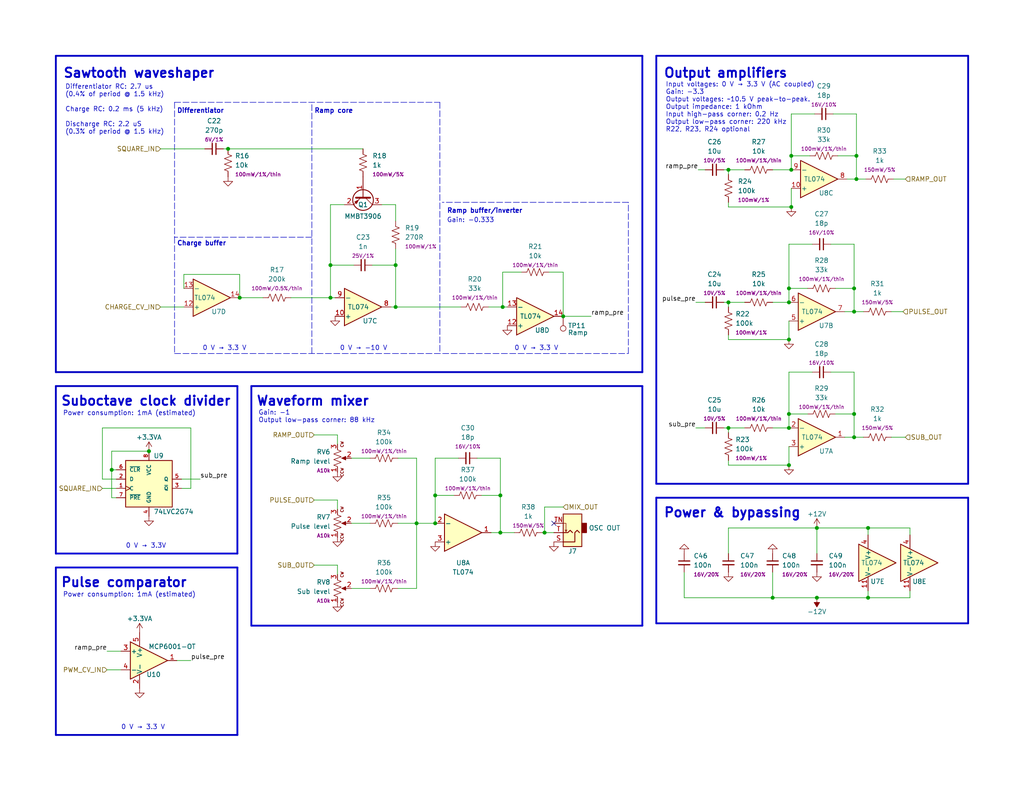
<source format=kicad_sch>
(kicad_sch (version 20211123) (generator eeschema)
  (paper "USLetter")
  (title_block (title "Castor & Pollux") (date "2022-09-26") (rev "v6") (company "Winterbloom") (comment 1 "Alethea Flowers") (comment 2 "CERN-OHL-P v2") (comment 3 "gemini.wntr.dev"))
  (lib_symbols
    (symbol "Amplifier_Operational:MCP6001-OT" (pin_names (offset 0.127))
      (property "Reference" "U" (at -1.27 6.35 0))
      (property "Value" "MCP6001-OT" (at -1.27 3.81 0))
      (symbol "MCP6001-OT_0_1"
        (polyline (pts (xy -5.08 5.08) (xy 5.08 0) (xy -5.08 -5.08) (xy -5.08 5.08)) (stroke (width 0.254)) (fill (type background)))
        (pin power_in line (at -2.54 -7.62 90) (length 3.81) (name "V-") (number "2"))
        (pin power_in line (at -2.54 7.62 270) (length 3.81) (name "V+") (number "5"))
      )
      (symbol "MCP6001-OT_1_1"
        (pin output line (at 7.62 0 180) (length 2.54) (name "~") (number "1"))
        (pin input line (at -7.62 2.54 0) (length 2.54) (name "+") (number "3"))
        (pin input line (at -7.62 -2.54 0) (length 2.54) (name "-") (number "4"))
      )
    )
    (symbol "Connector:TestPoint" (pin_numbers hide) (pin_names (offset 0.762) hide)
      (property "Reference" "TP" (at 0 6.858 0))
      (property "Value" "TestPoint" (at 0 5.08 0))
      (symbol "TestPoint_0_1"
        (circle (center 0 3.302) (radius 0.762))
      )
      (symbol "TestPoint_1_1"
        (pin passive line (at 0 0 90) (length 2.54) (name "1") (number "1"))
      )
    )
    (symbol "Device:C_Small" (pin_numbers hide) (pin_names (offset 0.254) hide)
      (property "Reference" "C" (at 0.254 1.778 0))
      (property "Value" "C_Small" (at 0.254 -2.032 0))
      (symbol "C_Small_0_1"
        (polyline (pts (xy -1.524 -0.508) (xy 1.524 -0.508)) (stroke (width 0.3302)))
        (polyline (pts (xy -1.524 0.508) (xy 1.524 0.508)) (stroke (width 0.3048)))
      )
      (symbol "C_Small_1_1"
        (pin passive line (at 0 2.54 270) (length 2.032) (name "~") (number "1"))
        (pin passive line (at 0 -2.54 90) (length 2.032) (name "~") (number "2"))
      )
    )
    (symbol "Device:R_US" (pin_numbers hide) (pin_names (offset 0))
      (property "Reference" "R" (at 2.54 0 90))
      (property "Value" "R_US" (at -2.54 0 90))
      (symbol "R_US_0_1"
        (polyline (pts (xy 0 -2.286) (xy 0 -2.54)))
        (polyline (pts (xy 0 2.286) (xy 0 2.54)))
        (polyline (pts (xy 0 -0.762) (xy 1.016 -1.143) (xy 0 -1.524) (xy -1.016 -1.905) (xy 0 -2.286)))
        (polyline (pts (xy 0 0.762) (xy 1.016 0.381) (xy 0 0) (xy -1.016 -0.381) (xy 0 -0.762)))
        (polyline (pts (xy 0 2.286) (xy 1.016 1.905) (xy 0 1.524) (xy -1.016 1.143) (xy 0 0.762)))
      )
      (symbol "R_US_1_1"
        (pin passive line (at 0 3.81 270) (length 1.27) (name "~") (number "1"))
        (pin passive line (at 0 -3.81 90) (length 1.27) (name "~") (number "2"))
      )
    )
    (symbol "Transistor_BJT:MMBT3906" (pin_names (offset 0) hide)
      (property "Reference" "Q" (at 5.08 1.905 0))
      (property "Value" "MMBT3906" (at 5.08 0 0))
      (symbol "MMBT3906_0_1"
        (polyline (pts (xy 0.635 0.635) (xy 2.54 2.54)))
        (polyline (pts (xy 0.635 -0.635) (xy 2.54 -2.54) (xy 2.54 -2.54)))
        (polyline (pts (xy 0.635 1.905) (xy 0.635 -1.905) (xy 0.635 -1.905)) (stroke (width 0.508)))
        (polyline (pts (xy 2.286 -1.778) (xy 1.778 -2.286) (xy 1.27 -1.27) (xy 2.286 -1.778) (xy 2.286 -1.778)) (fill (type outline)))
        (circle (center 1.27 0) (radius 2.8194) (stroke (width 0.254)))
      )
      (symbol "MMBT3906_1_1"
        (pin input line (at -5.08 0 0) (length 5.715) (name "B") (number "1"))
        (pin passive line (at 2.54 -5.08 90) (length 2.54) (name "E") (number "2"))
        (pin passive line (at 2.54 5.08 270) (length 2.54) (name "C") (number "3"))
      )
    )
    (symbol "power:+12V" (power) (pin_names (offset 0))
      (property "Value" "+12V" (at 0 3.556 0))
      (symbol "+12V_0_1"
        (polyline (pts (xy -0.762 1.27) (xy 0 2.54)))
        (polyline (pts (xy 0 0) (xy 0 2.54)))
        (polyline (pts (xy 0 2.54) (xy 0.762 1.27)))
      )
      (symbol "+12V_1_1"
        (pin power_in line (at 0 0 90) (length 0) hide (name "+12V") (number "1"))
      )
    )
    (symbol "power:+3.3VA" (power) (pin_names (offset 0))
      (property "Value" "+3.3VA" (at 0 3.556 0))
      (symbol "+3.3VA_0_1"
        (polyline (pts (xy -0.762 1.27) (xy 0 2.54)))
        (polyline (pts (xy 0 0) (xy 0 2.54)))
        (polyline (pts (xy 0 2.54) (xy 0.762 1.27)))
      )
      (symbol "+3.3VA_1_1"
        (pin power_in line (at 0 0 90) (length 0) hide (name "+3.3VA") (number "1"))
      )
    )
    (symbol "power:-12V" (power) (pin_names (offset 0))
      (property "Value" "-12V" (at 0 3.81 0))
      (symbol "-12V_0_0"
        (pin power_in line (at 0 0 90) (length 0) hide (name "-12V") (number "1"))
      )
      (symbol "-12V_0_1"
        (polyline (pts (xy 0 0) (xy 0 1.27) (xy 0.762 1.27) (xy 0 2.54) (xy -0.762 1.27) (xy 0 1.27)) (fill (type outline)))
      )
    )
    (symbol "power:GND" (power) (pin_names (offset 0))
      (property "Value" "GND" (at 0 -3.81 0))
      (symbol "GND_0_1"
        (polyline (pts (xy 0 0) (xy 0 -1.27) (xy 1.27 -1.27) (xy 0 -2.54) (xy -1.27 -1.27) (xy 0 -1.27)))
      )
      (symbol "GND_1_1"
        (pin power_in line (at 0 0 270) (length 0) hide (name "GND") (number "1"))
      )
    )
    (symbol "winterbloom:74LVC2G74" (pin_names (offset 1.016))
      (property "Reference" "U" (at -6.35 7.62 0))
      (property "Value" "74LVC2G74" (at 1.27 -7.62 0))
      (symbol "74LVC2G74_0_1"
        (rectangle (start -6.35 6.35) (end 6.35 -6.35) (stroke (width 0.254)) (fill (type background)))
      )
      (symbol "74LVC2G74_1_1"
        (pin input clock (at -8.89 -1.27 0) (length 2.54) (name "C") (number "1"))
        (pin input line (at -8.89 1.27 0) (length 2.54) (name "D") (number "2"))
        (pin output line (at 8.89 -1.27 180) (length 2.54) (name "~{Q}") (number "3"))
        (pin power_in line (at 0 -8.89 90) (length 2.54) (name "GND") (number "4"))
        (pin output line (at 8.89 1.27 180) (length 2.54) (name "Q") (number "5"))
        (pin input line (at -8.89 3.81 0) (length 2.54) (name "~{CLR}") (number "6"))
        (pin input line (at -8.89 -3.81 0) (length 2.54) (name "~{PRE}") (number "7"))
        (pin power_in line (at 0 8.89 270) (length 2.54) (name "VCC") (number "8"))
      )
    )
    (symbol "winterbloom:Eurorack_Mono_Jack" (pin_names hide)
      (property "Reference" "J" (at 3.302 -4.064 0))
      (property "Value" "Eurorack_Mono_Jack" (at 0 5.08 0))
      (symbol "Eurorack_Mono_Jack_0_1"
        (rectangle (start -2.54 -5.08) (end 2.54 3.81) (stroke (width 0.254)) (fill (type background)))
        (polyline (pts (xy -1.778 -1.016) (xy -2.032 -0.508)))
        (polyline (pts (xy -2.54 1.27) (xy -1.778 1.27) (xy -1.778 -1.016) (xy -1.524 -0.508)))
        (polyline (pts (xy 0 -1.27) (xy -0.635 -0.635) (xy -1.27 -1.27) (xy -2.54 -1.27)) (stroke (width 0.254)))
        (polyline (pts (xy -2.54 -3.81) (xy 0.635 -3.81) (xy 0.635 -1.27) (xy 1.27 -0.635) (xy 1.905 -1.27)) (stroke (width 0.254)))
        (rectangle (start 2.54 -1.27) (end 3.81 1.27) (stroke (width 0.254)) (fill (type outline)))
      )
      (symbol "Eurorack_Mono_Jack_1_1"
        (pin passive line (at -5.08 -3.81 0) (length 2.54) (name "Sleeve") (number "S"))
        (pin passive line (at -5.08 -1.27 0) (length 2.54) (name "Tip") (number "T"))
        (pin passive line (at -5.08 1.27 0) (length 2.54) (name "Tip_normalize") (number "TN"))
      )
    )
    (symbol "winterbloom:Eurorack_Pot" (pin_names (offset 1.016) hide)
      (property "Reference" "RV" (at 0 4.445 0))
      (property "Value" "Eurorack_Pot" (at 0 2.54 0))
      (symbol "Eurorack_Pot_0_0"
        (text "CCW" (at -3.81 -1.27 0) (effects (font (size 0.762 0.762))))
        (text "CW" (at 3.81 -1.27 0) (effects (font (size 0.762 0.762))))
      )
      (symbol "Eurorack_Pot_0_1"
        (polyline (pts (xy -2.286 0) (xy -2.54 0)))
        (polyline (pts (xy 0 -2.54) (xy 0 -1.524)))
        (polyline (pts (xy 2.54 0) (xy 2.286 0)))
        (polyline (pts (xy 0 -1.143) (xy 0.508 -2.286) (xy -0.508 -2.286) (xy 0 -1.143)) (fill (type outline)))
        (polyline (pts (xy -0.762 0) (xy -1.143 -1.016) (xy -1.524 0) (xy -1.905 1.016) (xy -2.286 0)))
        (polyline (pts (xy 0.762 0) (xy 0.381 -1.016) (xy 0 0) (xy -0.381 1.016) (xy -0.762 0)))
        (polyline (pts (xy 2.286 0) (xy 1.905 -1.016) (xy 1.524 0) (xy 1.143 1.016) (xy 0.762 0)))
      )
      (symbol "Eurorack_Pot_1_1"
        (pin passive line (at -3.81 0 0) (length 1.27) (name "1") (number "1"))
        (pin passive line (at 0 -3.81 90) (length 1.27) (name "2") (number "2"))
        (pin passive line (at 3.81 0 180) (length 1.27) (name "3") (number "3"))
      )
    )
    (symbol "winterbloom:TL074" (pin_names (offset 0.127))
      (property "Reference" "U" (at 0 3.81 0))
      (property "Value" "TL074" (at 0 -3.81 0))
      (symbol "TL074_1_1"
        (polyline (pts (xy -5.08 5.08) (xy 5.08 0) (xy -5.08 -5.08) (xy -5.08 5.08)) (stroke (width 0.254)) (fill (type background)))
        (pin output line (at 7.62 0 180) (length 2.54) (name "~") (number "1"))
        (pin input line (at -7.62 -2.54 0) (length 2.54) (name "-") (number "2"))
        (pin input line (at -7.62 2.54 0) (length 2.54) (name "+") (number "3"))
      )
      (symbol "TL074_2_1"
        (polyline (pts (xy -5.08 5.08) (xy 5.08 0) (xy -5.08 -5.08) (xy -5.08 5.08)) (stroke (width 0.254)) (fill (type background)))
        (pin input line (at -7.62 2.54 0) (length 2.54) (name "+") (number "5"))
        (pin input line (at -7.62 -2.54 0) (length 2.54) (name "-") (number "6"))
        (pin output line (at 7.62 0 180) (length 2.54) (name "~") (number "7"))
      )
      (symbol "TL074_3_1"
        (polyline (pts (xy -5.08 5.08) (xy 5.08 0) (xy -5.08 -5.08) (xy -5.08 5.08)) (stroke (width 0.254)) (fill (type background)))
        (pin input line (at -7.62 2.54 0) (length 2.54) (name "+") (number "10"))
        (pin output line (at 7.62 0 180) (length 2.54) (name "~") (number "8"))
        (pin input line (at -7.62 -2.54 0) (length 2.54) (name "-") (number "9"))
      )
      (symbol "TL074_4_1"
        (polyline (pts (xy -5.08 5.08) (xy 5.08 0) (xy -5.08 -5.08) (xy -5.08 5.08)) (stroke (width 0.254)) (fill (type background)))
        (pin input line (at -7.62 2.54 0) (length 2.54) (name "+") (number "12"))
        (pin input line (at -7.62 -2.54 0) (length 2.54) (name "-") (number "13"))
        (pin output line (at 7.62 0 180) (length 2.54) (name "~") (number "14"))
      )
      (symbol "TL074_5_1"
        (polyline (pts (xy -5.08 5.08) (xy 5.08 0) (xy -5.08 -5.08) (xy -5.08 5.08)) (stroke (width 0.254)) (fill (type background)))
        (pin power_in line (at -2.54 -7.62 90) (length 3.81) (name "V-") (number "11"))
        (pin power_in line (at -2.54 7.62 270) (length 3.81) (name "V+") (number "4"))
      )
    )
  )
  (junction (at 198.755 116.84))
  (junction (at 215.265 113.03))
  (junction (at 210.82 163.195))
  (junction (at 233.045 85.09))
  (junction (at 30.48 128.27))
  (junction (at 136.525 135.255))
  (junction (at 236.855 144.145))
  (junction (at 233.045 113.03))
  (junction (at 62.23 40.64))
  (junction (at 107.95 83.82))
  (junction (at 233.045 78.74))
  (junction (at 65.405 81.28))
  (junction (at 215.265 82.55))
  (junction (at 215.9 46.355))
  (junction (at 198.755 46.355))
  (junction (at 215.265 116.84))
  (junction (at 233.68 48.895))
  (junction (at 148.59 145.415))
  (junction (at 222.885 163.195))
  (junction (at 222.885 144.145))
  (junction (at 215.265 78.74))
  (junction (at 215.265 127))
  (junction (at 107.95 72.39))
  (junction (at 198.755 82.55))
  (junction (at 90.17 72.39))
  (junction (at 118.745 142.875))
  (junction (at 215.9 42.545))
  (junction (at 113.665 142.875))
  (junction (at 215.9 56.515))
  (junction (at 236.855 163.195))
  (junction (at 137.16 83.82))
  (junction (at 215.265 92.71))
  (junction (at 136.525 145.415))
  (junction (at 153.67 86.36))
  (junction (at 233.68 42.545))
  (junction (at 90.17 81.28))
  (junction (at 233.045 119.38))
  (junction (at 40.64 123.19))
  (junction (at 118.745 135.255))
  (no_connect (at 151.13 142.875))
  (wire (pts (xy 147.955 145.415) (xy 148.59 145.415)))
  (wire (pts (xy 85.725 136.525) (xy 92.075 136.525)))
  (wire (pts (xy 226.695 101.6) (xy 233.045 101.6)))
  (wire (pts (xy 27.94 116.84) (xy 52.07 116.84)))
  (polyline (pts (xy 120.015 27.94) (xy 120.015 96.52)))
  (wire (pts (xy 215.9 56.515) (xy 198.755 56.515)))
  (wire (pts (xy 106.68 83.82) (xy 107.95 83.82)))
  (wire (pts (xy 133.35 83.82) (xy 137.16 83.82)))
  (wire (pts (xy 90.17 72.39) (xy 90.17 81.28)))
  (polyline (pts (xy 64.77 200.66) (xy 15.24 200.66)) (stroke (width 0.5) (type solid)))
  (polyline (pts (xy 179.07 15.24) (xy 264.16 15.24)) (stroke (width 0.5) (type solid)))
  (wire (pts (xy 231.14 48.895) (xy 233.68 48.895)))
  (wire (pts (xy 52.07 133.35) (xy 52.07 116.84)))
  (wire (pts (xy 92.075 118.745) (xy 92.075 121.285)))
  (wire (pts (xy 215.9 31.115) (xy 222.25 31.115)))
  (polyline (pts (xy 179.07 15.24) (xy 179.07 132.08)) (stroke (width 0.5) (type solid)))
  (wire (pts (xy 215.9 42.545) (xy 215.9 31.115)))
  (wire (pts (xy 93.98 55.88) (xy 90.17 55.88)))
  (wire (pts (xy 49.53 133.35) (xy 52.07 133.35)))
  (wire (pts (xy 29.21 177.8) (xy 33.02 177.8)))
  (polyline (pts (xy 47.625 96.52) (xy 171.45 96.52)))
  (wire (pts (xy 118.745 142.875) (xy 113.665 142.875)))
  (wire (pts (xy 210.82 163.195) (xy 222.885 163.195)))
  (wire (pts (xy 30.48 128.27) (xy 31.75 128.27)))
  (wire (pts (xy 233.045 78.74) (xy 233.045 85.09)))
  (polyline (pts (xy 85.09 64.77) (xy 47.625 64.77)))
  (wire (pts (xy 79.375 81.28) (xy 90.17 81.28)))
  (wire (pts (xy 101.6 72.39) (xy 107.95 72.39)))
  (polyline (pts (xy 15.24 15.24) (xy 175.26 15.24)) (stroke (width 0.5) (type solid)))
  (wire (pts (xy 90.17 55.88) (xy 90.17 72.39)))
  (wire (pts (xy 107.95 55.88) (xy 107.95 60.325)))
  (wire (pts (xy 30.48 128.27) (xy 30.48 123.19)))
  (wire (pts (xy 190.5 46.355) (xy 192.405 46.355)))
  (wire (pts (xy 49.53 130.81) (xy 54.61 130.81)))
  (wire (pts (xy 215.265 66.675) (xy 221.615 66.675)))
  (polyline (pts (xy 64.77 154.94) (xy 64.77 200.66)) (stroke (width 0.5) (type solid)))
  (wire (pts (xy 222.885 144.145) (xy 236.855 144.145)))
  (polyline (pts (xy 179.07 135.89) (xy 179.07 170.18)) (stroke (width 0.5) (type solid)))
  (polyline (pts (xy 47.625 27.94) (xy 120.015 27.94)))
  (wire (pts (xy 95.885 160.655) (xy 100.965 160.655)))
  (wire (pts (xy 108.585 160.655) (xy 113.665 160.655)))
  (wire (pts (xy 215.265 113.03) (xy 220.345 113.03)))
  (wire (pts (xy 233.68 42.545) (xy 233.68 48.895)))
  (wire (pts (xy 215.265 82.55) (xy 215.265 78.74)))
  (wire (pts (xy 153.67 138.43) (xy 148.59 138.43)))
  (wire (pts (xy 137.16 74.295) (xy 137.16 83.82)))
  (wire (pts (xy 133.985 145.415) (xy 136.525 145.415)))
  (wire (pts (xy 113.665 160.655) (xy 113.665 142.875)))
  (wire (pts (xy 215.265 78.74) (xy 215.265 66.675)))
  (wire (pts (xy 137.16 74.295) (xy 142.24 74.295)))
  (polyline (pts (xy 171.45 96.52) (xy 171.45 55.245)))
  (wire (pts (xy 113.665 125.095) (xy 113.665 142.875)))
  (wire (pts (xy 236.855 144.145) (xy 236.855 146.05)))
  (wire (pts (xy 136.525 125.095) (xy 136.525 135.255)))
  (wire (pts (xy 27.94 133.35) (xy 31.75 133.35)))
  (polyline (pts (xy 175.26 105.41) (xy 175.26 170.815)) (stroke (width 0.5) (type solid)))
  (polyline (pts (xy 15.24 15.24) (xy 15.24 101.6)) (stroke (width 0.5) (type solid)))
  (wire (pts (xy 62.23 40.64) (xy 99.06 40.64)))
  (polyline (pts (xy 264.16 170.18) (xy 179.07 170.18)) (stroke (width 0.5) (type solid)))
  (wire (pts (xy 233.68 31.115) (xy 233.68 42.545)))
  (wire (pts (xy 248.285 161.29) (xy 248.285 163.195)))
  (wire (pts (xy 233.045 85.09) (xy 235.585 85.09)))
  (wire (pts (xy 215.265 87.63) (xy 215.265 92.71)))
  (wire (pts (xy 107.95 55.88) (xy 104.14 55.88)))
  (wire (pts (xy 60.96 40.64) (xy 62.23 40.64)))
  (wire (pts (xy 31.75 130.81) (xy 27.94 130.81)))
  (polyline (pts (xy 68.58 105.41) (xy 175.26 105.41)) (stroke (width 0.5) (type solid)))
  (wire (pts (xy 222.885 163.195) (xy 236.855 163.195)))
  (wire (pts (xy 222.885 144.145) (xy 222.885 151.13)))
  (wire (pts (xy 65.405 74.93) (xy 50.165 74.93)))
  (polyline (pts (xy 264.16 132.08) (xy 179.07 132.08)) (stroke (width 0.5) (type solid)))
  (wire (pts (xy 65.405 81.28) (xy 65.405 74.93)))
  (wire (pts (xy 136.525 145.415) (xy 140.335 145.415)))
  (wire (pts (xy 215.265 113.03) (xy 215.265 101.6)))
  (polyline (pts (xy 175.26 170.815) (xy 68.58 170.815)) (stroke (width 0.5) (type solid)))
  (wire (pts (xy 227.965 78.74) (xy 233.045 78.74)))
  (wire (pts (xy 198.755 116.84) (xy 203.2 116.84)))
  (wire (pts (xy 131.445 135.255) (xy 136.525 135.255)))
  (wire (pts (xy 153.67 86.36) (xy 161.29 86.36)))
  (wire (pts (xy 248.285 144.145) (xy 248.285 146.05)))
  (wire (pts (xy 233.045 101.6) (xy 233.045 113.03)))
  (wire (pts (xy 71.755 81.28) (xy 65.405 81.28)))
  (wire (pts (xy 130.175 125.095) (xy 136.525 125.095)))
  (wire (pts (xy 210.82 163.195) (xy 186.69 163.195)))
  (polyline (pts (xy 15.24 105.41) (xy 15.24 151.13)) (stroke (width 0.5) (type solid)))
  (wire (pts (xy 233.045 119.38) (xy 235.585 119.38)))
  (wire (pts (xy 113.665 142.875) (xy 108.585 142.875)))
  (polyline (pts (xy 47.625 27.94) (xy 47.625 64.77)))
  (wire (pts (xy 107.95 72.39) (xy 107.95 83.82)))
  (wire (pts (xy 85.725 118.745) (xy 92.075 118.745)))
  (wire (pts (xy 233.045 66.675) (xy 233.045 78.74)))
  (wire (pts (xy 137.16 83.82) (xy 138.43 83.82)))
  (polyline (pts (xy 47.625 64.77) (xy 47.625 96.52)))
  (wire (pts (xy 30.48 123.19) (xy 40.64 123.19)))
  (wire (pts (xy 92.075 154.305) (xy 92.075 156.845)))
  (wire (pts (xy 189.865 82.55) (xy 192.405 82.55)))
  (wire (pts (xy 118.745 135.255) (xy 118.745 125.095)))
  (wire (pts (xy 149.86 74.295) (xy 153.67 74.295)))
  (wire (pts (xy 198.755 82.55) (xy 203.2 82.55)))
  (wire (pts (xy 243.205 119.38) (xy 247.015 119.38)))
  (wire (pts (xy 189.865 116.84) (xy 192.405 116.84)))
  (polyline (pts (xy 175.26 101.6) (xy 15.24 101.6)) (stroke (width 0.5) (type solid)))
  (wire (pts (xy 236.855 163.195) (xy 248.285 163.195)))
  (wire (pts (xy 227.33 31.115) (xy 233.68 31.115)))
  (polyline (pts (xy 85.09 96.52) (xy 85.09 27.94)))
  (wire (pts (xy 215.9 42.545) (xy 220.98 42.545)))
  (wire (pts (xy 198.755 56.515) (xy 198.755 55.245)))
  (wire (pts (xy 95.885 125.095) (xy 100.965 125.095)))
  (wire (pts (xy 43.815 40.64) (xy 55.88 40.64)))
  (wire (pts (xy 215.265 101.6) (xy 221.615 101.6)))
  (wire (pts (xy 31.75 135.89) (xy 30.48 135.89)))
  (wire (pts (xy 92.075 136.525) (xy 92.075 139.065)))
  (wire (pts (xy 198.755 82.55) (xy 198.755 83.82)))
  (wire (pts (xy 108.585 125.095) (xy 113.665 125.095)))
  (wire (pts (xy 197.485 116.84) (xy 198.755 116.84)))
  (wire (pts (xy 197.485 46.355) (xy 198.755 46.355)))
  (wire (pts (xy 215.265 78.74) (xy 220.345 78.74)))
  (wire (pts (xy 90.17 81.28) (xy 91.44 81.28)))
  (wire (pts (xy 107.95 67.945) (xy 107.95 72.39)))
  (polyline (pts (xy 15.24 154.94) (xy 15.24 200.66)) (stroke (width 0.5) (type solid)))
  (wire (pts (xy 107.95 83.82) (xy 125.73 83.82)))
  (wire (pts (xy 236.855 144.145) (xy 248.285 144.145)))
  (polyline (pts (xy 64.77 105.41) (xy 64.77 151.13)) (stroke (width 0.5) (type solid)))
  (wire (pts (xy 233.68 48.895) (xy 236.22 48.895)))
  (wire (pts (xy 243.205 85.09) (xy 246.38 85.09)))
  (polyline (pts (xy 64.77 151.13) (xy 15.24 151.13)) (stroke (width 0.5) (type solid)))
  (wire (pts (xy 215.9 51.435) (xy 215.9 56.515)))
  (wire (pts (xy 215.265 121.92) (xy 215.265 127)))
  (wire (pts (xy 198.755 116.84) (xy 198.755 118.11)))
  (wire (pts (xy 118.745 135.255) (xy 123.825 135.255)))
  (wire (pts (xy 215.9 46.355) (xy 215.9 42.545)))
  (polyline (pts (xy 264.16 135.89) (xy 264.16 170.18)) (stroke (width 0.5) (type solid)))
  (wire (pts (xy 90.17 72.39) (xy 96.52 72.39)))
  (wire (pts (xy 210.82 82.55) (xy 215.265 82.55)))
  (wire (pts (xy 228.6 42.545) (xy 233.68 42.545)))
  (polyline (pts (xy 264.16 15.24) (xy 264.16 132.08)) (stroke (width 0.5) (type solid)))
  (polyline (pts (xy 171.45 55.245) (xy 120.65 55.245)))
  (wire (pts (xy 227.965 113.03) (xy 233.045 113.03)))
  (wire (pts (xy 186.69 156.21) (xy 186.69 163.195)))
  (wire (pts (xy 48.26 180.34) (xy 52.07 180.34)))
  (wire (pts (xy 198.755 92.71) (xy 215.265 92.71)))
  (wire (pts (xy 198.755 144.145) (xy 222.885 144.145)))
  (wire (pts (xy 29.21 182.88) (xy 33.02 182.88)))
  (wire (pts (xy 30.48 135.89) (xy 30.48 128.27)))
  (wire (pts (xy 210.82 46.355) (xy 215.9 46.355)))
  (wire (pts (xy 233.045 113.03) (xy 233.045 119.38)))
  (wire (pts (xy 43.815 83.82) (xy 50.165 83.82)))
  (wire (pts (xy 243.84 48.895) (xy 247.015 48.895)))
  (wire (pts (xy 27.94 130.81) (xy 27.94 116.84)))
  (wire (pts (xy 198.755 127) (xy 215.265 127)))
  (wire (pts (xy 236.855 161.29) (xy 236.855 163.195)))
  (wire (pts (xy 210.82 116.84) (xy 215.265 116.84)))
  (polyline (pts (xy 179.07 135.89) (xy 264.16 135.89)) (stroke (width 0.5) (type solid)))
  (wire (pts (xy 198.755 125.73) (xy 198.755 127)))
  (wire (pts (xy 198.755 144.145) (xy 198.755 151.13)))
  (polyline (pts (xy 15.24 154.94) (xy 64.77 154.94)) (stroke (width 0.5) (type solid)))
  (wire (pts (xy 198.755 46.355) (xy 203.2 46.355)))
  (wire (pts (xy 230.505 85.09) (xy 233.045 85.09)))
  (wire (pts (xy 210.82 156.21) (xy 210.82 163.195)))
  (polyline (pts (xy 175.26 15.24) (xy 175.26 101.6)) (stroke (width 0.5) (type solid)))
  (wire (pts (xy 215.265 116.84) (xy 215.265 113.03)))
  (wire (pts (xy 198.755 46.355) (xy 198.755 47.625)))
  (wire (pts (xy 136.525 135.255) (xy 136.525 145.415)))
  (wire (pts (xy 118.745 142.875) (xy 118.745 135.255)))
  (wire (pts (xy 95.885 142.875) (xy 100.965 142.875)))
  (wire (pts (xy 148.59 145.415) (xy 151.13 145.415)))
  (wire (pts (xy 226.695 66.675) (xy 233.045 66.675)))
  (wire (pts (xy 197.485 82.55) (xy 198.755 82.55)))
  (wire (pts (xy 118.745 125.095) (xy 125.095 125.095)))
  (wire (pts (xy 153.67 74.295) (xy 153.67 86.36)))
  (wire (pts (xy 50.165 74.93) (xy 50.165 78.74)))
  (wire (pts (xy 230.505 119.38) (xy 233.045 119.38)))
  (wire (pts (xy 85.725 154.305) (xy 92.075 154.305)))
  (polyline (pts (xy 68.58 105.41) (xy 68.58 170.815)) (stroke (width 0.5) (type solid)))
  (wire (pts (xy 198.755 91.44) (xy 198.755 92.71)))
  (wire (pts (xy 148.59 138.43) (xy 148.59 145.415)))
  (polyline (pts (xy 15.24 105.41) (xy 64.77 105.41)) (stroke (width 0.5) (type solid)))
  (text "Differentiator" (at 48.26 31.115 0) (effects (font (size 1.27 1.27) (thickness 0.254) bold) (justify left bottom)))
  (text "Suboctave clock divider" (at 16.51 111.125 0) (effects (font (size 2.54 2.54) bold) (justify left bottom)))
  (text "Power & bypassing" (at 180.975 141.605 0) (effects (font (size 2.54 2.54) bold) (justify left bottom)))
  (text "Output amplifiers" (at 180.975 21.59 0) (effects (font (size 2.54 2.54) (thickness 0.508) bold) (justify left bottom)))
  (text "Gain: -0.333" (at 121.92 60.96 0) (effects (font (size 1.27 1.27)) (justify left bottom)))
  (text "Gain: -1\nOutput low-pass corner: 88 kHz" (at 70.485 115.57 0) (effects (font (size 1.27 1.27)) (justify left bottom)))
  (text "Charge buffer" (at 48.26 67.31 0) (effects (font (size 1.27 1.27) (thickness 0.254) bold) (justify left bottom)))
  (text "Sawtooth waveshaper" (at 17.145 21.59 0) (effects (font (size 2.54 2.54) (thickness 0.508) bold) (justify left bottom)))
  (text "Power consumption: 1mA (estimated)" (at 17.145 113.665 0) (effects (font (size 1.27 1.27)) (justify left bottom)))
  (text "Power consumption: 1mA (estimated)" (at 17.145 163.195 0) (effects (font (size 1.27 1.27)) (justify left bottom)))
  (text "0 V → 3.3V" (at 34.29 149.86 0) (effects (font (size 1.27 1.27)) (justify left bottom)))
  (text "Waveform mixer" (at 69.85 111.125 0) (effects (font (size 2.54 2.54) bold) (justify left bottom)))
  (text "0 V → 3.3 V" (at 55.245 95.885 0) (effects (font (size 1.27 1.27)) (justify left bottom)))
  (text "Pulse comparator" (at 16.51 160.655 0) (effects (font (size 2.54 2.54) bold) (justify left bottom)))
  (text "Differentiator RC: 2.7 us\n(0.4% of period @ 1.5 kHz)\n\nCharge RC: 0.2 ms (5 kHz)\n\nDischarge RC: 2.2 uS\n(0.3% of period @ 1.5 kHz)" (at 17.78 36.83 0) (effects (font (size 1.27 1.27)) (justify left bottom)))
  (text "0 V → 3.3 V" (at 33.02 199.39 0) (effects (font (size 1.27 1.27)) (justify left bottom)))
  (text "0 V → -10 V" (at 92.71 95.885 0) (effects (font (size 1.27 1.27)) (justify left bottom)))
  (text "0 V → 3.3 V" (at 140.335 95.885 0) (effects (font (size 1.27 1.27)) (justify left bottom)))
  (text "Ramp buffer/inverter\n" (at 121.92 58.42 0) (effects (font (size 1.27 1.27) (thickness 0.254) bold) (justify left bottom)))
  (text "Ramp core" (at 85.725 31.115 0) (effects (font (size 1.27 1.27) (thickness 0.254) bold) (justify left bottom)))
  (text "Input voltages: 0 V → 3.3 V (AC coupled)\nGain: -3.3\nOutput voltages: ~10.5 V peak-to-peak.\nOutput impedance: 1 kOhm\nInput high-pass corner: 0.2 Hz\nOutput low-pass corner: 220 kHz\nR22, R23, R24 optional" (at 181.61 36.195 0) (effects (font (size 1.27 1.27)) (justify left bottom)))
  (label "pulse_pre" (at 189.865 82.55 180))
  (label "ramp_pre" (at 190.5 46.355 180))
  (label "ramp_pre" (at 161.29 86.36 0))
  (label "sub_pre" (at 54.61 130.81 0))
  (label "ramp_pre" (at 29.21 177.8 180))
  (label "pulse_pre" (at 52.07 180.34 0))
  (label "sub_pre" (at 189.865 116.84 180))
  (hierarchical_label "RAMP_OUT" (shape input) (at 85.725 118.745 180))
  (hierarchical_label "RAMP_OUT" (shape input) (at 247.015 48.895 0))
  (hierarchical_label "PWM_CV_IN" (shape input) (at 29.21 182.88 180))
  (hierarchical_label "SQUARE_IN" (shape input) (at 43.815 40.64 180))
  (hierarchical_label "PULSE_OUT" (shape input) (at 85.725 136.525 180))
  (hierarchical_label "PULSE_OUT" (shape input) (at 246.38 85.09 0))
  (hierarchical_label "CHARGE_CV_IN" (shape input) (at 43.815 83.82 180))
  (hierarchical_label "SQUARE_IN" (shape input) (at 27.94 133.35 180))
  (hierarchical_label "SUB_OUT" (shape input) (at 85.725 154.305 180))
  (hierarchical_label "SUB_OUT" (shape input) (at 247.015 119.38 0))
  (hierarchical_label "MIX_OUT" (shape input) (at 153.67 138.43 0))
  (symbol (lib_id "Device:C_Small") (at 58.42 40.64 270) (unit 1)
    (property "Reference" "C22" (at 58.4136 33.02 90))
    (property "Value" "270p" (at 58.4136 35.56 90))
    (property "Footprint" "winterbloom:C_0402_HandSolder" (effects hide))
    (property "Notes" "Ramp core" (effects hide))
    (property "MPN" "GCM1555C1H271FA16D" (effects hide))
    (property "Rating" "6V/1%" (at 58.4136 38.1 90) (effects (font (size 1 1))))
  )
  (symbol (lib_id "Device:R_US") (at 99.06 44.45 180) (unit 1)
    (property "Reference" "R18" (at 101.6 42.5449 0) (effects (justify right)))
    (property "Value" "1k" (at 101.6 45.0849 0) (effects (justify right)))
    (property "Footprint" "winterbloom:R_0402_HandSolder" (effects hide))
    (property "MPN" "RC0402JR-071KL" (effects hide))
    (property "Notes" "Digital control path" (effects hide))
    (property "Rating" "100mW/5%" (at 101.6 47.625 0) (effects (font (size 1 1)) (justify right)))
  )
  (symbol (lib_id "winterbloom:TL074") (at 99.06 83.82 0) (mirror x) (unit 3)
    (property "Reference" "U7" (at 100.965 87.63 0))
    (property "Value" "TL074" (at 97.79 83.82 0))
    (property "Footprint" "Package_SO:TSSOP-14_4.4x5mm_P0.65mm" (effects hide))
    (property "Datasheet" "https://www.ti.com/lit/ds/symlink/tl071.pdf" (effects hide))
    (property "MPN" "TL074CPW" (effects hide))
  )
  (symbol (lib_id "Device:R_US") (at 62.23 44.45 180) (unit 1)
    (property "Reference" "R16" (at 64.135 42.5449 0) (effects (justify right)))
    (property "Value" "10k" (at 64.135 45.0849 0) (effects (justify right)))
    (property "Footprint" "winterbloom:R_0402_HandSolder" (effects hide))
    (property "MPN" "RR0510P-103-D" (effects hide))
    (property "Notes" "Digital control path" (effects hide))
    (property "Rating" "100mW/1%/thin" (at 64.135 47.625 0) (effects (font (size 1 1)) (justify right)))
  )
  (symbol (lib_id "power:GND") (at 62.23 48.26 0) (unit 1)
    (property "Reference" "#PWR054" (effects hide))
    (property "Value" "GND" (effects hide))
  )
  (symbol (lib_id "Device:C_Small") (at 99.06 72.39 270) (unit 1)
    (property "Reference" "C23" (at 99.0536 64.77 90))
    (property "Value" "1n" (at 99.0536 67.31 90))
    (property "Footprint" "winterbloom:C_0402_HandSolder" (effects hide))
    (property "Notes" "Ramp core" (effects hide))
    (property "MPN" "GCM1555C1H102FA16D, GRM1555C1H102FA01D" (effects hide))
    (property "Rating" "25V/1%" (at 99.0536 69.85 90) (effects (font (size 1 1))))
  )
  (symbol (lib_id "power:GND") (at 91.44 86.36 0) (unit 1)
    (property "Reference" "#PWR055" (effects hide))
    (property "Value" "GND" (effects hide))
  )
  (symbol (lib_id "winterbloom:TL074") (at 57.785 81.28 0) (mirror x) (unit 4)
    (property "Reference" "U7" (at 59.69 85.09 0))
    (property "Value" "TL074" (at 55.88 81.28 0))
    (property "Footprint" "Package_SO:TSSOP-14_4.4x5mm_P0.65mm" (effects hide))
    (property "Datasheet" "https://www.ti.com/lit/ds/symlink/tl071.pdf" (effects hide))
    (property "MPN" "TL074CPW" (effects hide))
  )
  (symbol (lib_id "Device:R_US") (at 75.565 81.28 90) (unit 1)
    (property "Reference" "R17" (at 75.565 73.66 90))
    (property "Value" "200k" (at 75.565 76.2 90))
    (property "Footprint" "winterbloom:R_0402_HandSolder" (effects hide))
    (property "MPN" "RC0402FR-07200KL" (effects hide))
    (property "Notes" "Analog control path" (effects hide))
    (property "Rating" "100mW/0.5%/thin" (at 75.565 78.74 90) (effects (font (size 1 1))))
  )
  (symbol (lib_id "Device:R_US") (at 129.54 83.82 90) (unit 1)
    (property "Reference" "R20" (at 129.54 76.2 90))
    (property "Value" "33k" (at 129.54 78.74 90))
    (property "Footprint" "winterbloom:R_0402_HandSolder" (effects hide))
    (property "MPN" "RC0402FR-0733KL" (effects hide))
    (property "Notes" "Low voltage audio" (effects hide))
    (property "Rating" "100mW/1%/thin" (at 129.54 81.28 90) (effects (font (size 1 1))))
  )
  (symbol (lib_id "winterbloom:TL074") (at 146.05 86.36 0) (mirror x) (unit 4)
    (property "Reference" "U8" (at 147.955 90.17 0))
    (property "Value" "TL074" (at 144.78 86.36 0))
    (property "Footprint" "Package_SO:TSSOP-14_4.4x5mm_P0.65mm" (effects hide))
    (property "Datasheet" "https://www.ti.com/lit/ds/symlink/tl071.pdf" (effects hide))
    (property "MPN" "TL074CPW" (effects hide))
  )
  (symbol (lib_id "power:GND") (at 138.43 88.9 0) (unit 1)
    (property "Reference" "#PWR056" (effects hide))
    (property "Value" "GND" (effects hide))
  )
  (symbol (lib_id "Device:R_US") (at 146.05 74.295 90) (unit 1)
    (property "Reference" "R21" (at 146.05 67.31 90))
    (property "Value" "10k" (at 146.05 69.85 90))
    (property "Footprint" "winterbloom:R_0402_HandSolder" (effects hide))
    (property "MPN" "RR0510P-103-D" (effects hide))
    (property "Notes" "Low voltage audio" (effects hide))
    (property "Rating" "100mW/1%/thin" (at 146.05 72.39 90) (effects (font (size 1 1))))
  )
  (symbol (lib_id "winterbloom:74LVC2G74") (at 40.64 132.08 0) (unit 1)
    (property "Reference" "U9" (at 41.91 124.46 0) (effects (justify left)))
    (property "Value" "74LVC2G74" (at 41.91 139.7 0) (effects (justify left)))
    (property "Footprint" "Package_SO:TSSOP-8_3x3mm_P0.65mm" (effects hide))
    (property "Datasheet" "https://assets.nexperia.com/documents/data-sheet/74LVC2G74.pdf" (effects hide))
    (property "MPN" "74LVC2G74DP,125" (effects hide))
  )
  (symbol (lib_id "winterbloom:TL074") (at 223.52 48.895 0) (mirror x) (unit 3)
    (property "Reference" "U8" (at 225.425 52.705 0))
    (property "Value" "TL074" (at 222.25 48.895 0))
    (property "Footprint" "Package_SO:TSSOP-14_4.4x5mm_P0.65mm" (effects hide))
    (property "Datasheet" "https://www.ti.com/lit/ds/symlink/tl071.pdf" (effects hide))
    (property "MPN" "TL074CPW" (effects hide))
  )
  (symbol (lib_id "Device:C_Small") (at 194.945 46.355 270) (unit 1)
    (property "Reference" "C26" (at 194.9386 38.735 90))
    (property "Value" "10u" (at 194.9386 41.275 90))
    (property "Footprint" "winterbloom:C_0603_HandSolder" (effects hide))
    (property "MPN" "CL10A106MP8NNNC" (effects hide))
    (property "Notes" "Low voltage audio, 10 V" (effects hide))
    (property "Rating" "10V/5%" (at 194.9386 43.815 90) (effects (font (size 1 1))))
  )
  (symbol (lib_id "Device:R_US") (at 207.01 46.355 90) (unit 1)
    (property "Reference" "R27" (at 207.01 38.735 90))
    (property "Value" "10k" (at 207.01 41.275 90))
    (property "Footprint" "winterbloom:R_0402_HandSolder" (effects hide))
    (property "MPN" "RR0510P-103-D" (effects hide))
    (property "Notes" "Low voltage audio" (effects hide))
    (property "Rating" "100mW/1%/thin" (at 207.01 43.815 90) (effects (font (size 1 1))))
  )
  (symbol (lib_id "Device:R_US") (at 224.79 42.545 90) (unit 1)
    (property "Reference" "R30" (at 224.79 35.56 90))
    (property "Value" "33k" (at 224.79 38.1 90))
    (property "Footprint" "winterbloom:R_0402_HandSolder" (effects hide))
    (property "MPN" "RC0402FR-0733KL" (effects hide))
    (property "Notes" "Eurorack level audio" (effects hide))
    (property "Rating" "100mW/1%/thin" (at 224.79 40.64 90) (effects (font (size 1 1))))
  )
  (symbol (lib_id "Device:R_US") (at 240.03 48.895 90) (unit 1)
    (property "Reference" "R33" (at 240.03 41.275 90))
    (property "Value" "1k" (at 240.03 43.815 90))
    (property "Footprint" "winterbloom:R_0603_HandSolder" (effects hide))
    (property "MPN" "MCT06030C1001FP500, ERA-3AEB102V" (effects hide))
    (property "Notes" "Eurorack level audio, output impedance" (effects hide))
    (property "Rating" "150mW/5%" (at 240.03 46.355 90) (effects (font (size 1 1))))
  )
  (symbol (lib_id "winterbloom:TL074") (at 126.365 145.415 0) (mirror x) (unit 1)
    (property "Reference" "U8" (at 126.365 153.67 0))
    (property "Value" "TL074" (at 126.365 156.21 0))
    (property "Footprint" "Package_SO:TSSOP-14_4.4x5mm_P0.65mm" (effects hide))
    (property "Datasheet" "https://www.ti.com/lit/ds/symlink/tl071.pdf" (effects hide))
    (property "MPN" "TL074CPW" (effects hide))
  )
  (symbol (lib_id "power:GND") (at 118.745 147.955 0) (unit 1)
    (property "Reference" "#PWR067" (effects hide))
    (property "Value" "GND" (effects hide))
  )
  (symbol (lib_id "Device:R_US") (at 144.145 145.415 90) (unit 1)
    (property "Reference" "R38" (at 144.145 138.43 90))
    (property "Value" "1k" (at 144.145 140.97 90))
    (property "Footprint" "winterbloom:R_0603_HandSolder" (effects hide))
    (property "MPN" "MCT06030C1001FP500, ERA-3AEB102V" (effects hide))
    (property "Notes" "Eurorack level audio, output impedance" (effects hide))
    (property "Rating" "150mW/5%" (at 144.145 143.51 90) (effects (font (size 1 1))))
  )
  (symbol (lib_id "Device:R_US") (at 127.635 135.255 90) (unit 1)
    (property "Reference" "R37" (at 127.635 128.27 90))
    (property "Value" "100k" (at 127.635 130.81 90))
    (property "Footprint" "winterbloom:R_0402_HandSolder" (effects hide))
    (property "MPN" "RC0402DR-07100KL" (effects hide))
    (property "Notes" "Eurorack level audio" (effects hide))
    (property "Rating" "100mW/1%/thin" (at 127.635 133.35 90) (effects (font (size 1 1))))
  )
  (symbol (lib_id "Device:R_US") (at 104.775 125.095 90) (unit 1)
    (property "Reference" "R34" (at 104.775 118.11 90))
    (property "Value" "100k" (at 104.775 120.65 90))
    (property "Footprint" "winterbloom:R_0402_HandSolder" (effects hide))
    (property "MPN" "RC0402DR-07100KL" (effects hide))
    (property "Notes" "Eurorack level audio" (effects hide))
    (property "Rating" "100mW/1%/thin" (at 104.775 123.19 90) (effects (font (size 1 1))))
  )
  (symbol (lib_id "Device:R_US") (at 104.775 142.875 90) (unit 1)
    (property "Reference" "R35" (at 104.775 135.89 90))
    (property "Value" "100k" (at 104.775 138.43 90))
    (property "Footprint" "winterbloom:R_0402_HandSolder" (effects hide))
    (property "MPN" "RC0402DR-07100KL" (effects hide))
    (property "Notes" "Eurorack level audio" (effects hide))
    (property "Rating" "100mW/1%/thin" (at 104.775 140.97 90) (effects (font (size 1 1))))
  )
  (symbol (lib_id "Device:R_US") (at 104.775 160.655 90) (unit 1)
    (property "Reference" "R36" (at 104.775 153.67 90))
    (property "Value" "100k" (at 104.775 156.21 90))
    (property "Footprint" "winterbloom:R_0402_HandSolder" (effects hide))
    (property "MPN" "RC0402DR-07100KL" (effects hide))
    (property "Notes" "Eurorack level audio" (effects hide))
    (property "Rating" "100mW/1%/thin" (at 104.775 158.75 90) (effects (font (size 1 1))))
  )
  (symbol (lib_id "winterbloom:TL074") (at 239.395 153.67 0) (unit 5)
    (property "Reference" "U7" (at 237.49 158.75 0) (effects (justify left)))
    (property "Value" "TL074" (at 246.38 153.67 0) (effects (justify left)))
    (property "Footprint" "Package_SO:TSSOP-14_4.4x5mm_P0.65mm" (effects hide))
    (property "Datasheet" "https://www.ti.com/lit/ds/symlink/tl071.pdf" (effects hide))
    (property "MPN" "TL074CPW" (effects hide))
  )
  (symbol (lib_id "winterbloom:TL074") (at 250.825 153.67 0) (unit 5)
    (property "Reference" "U8" (at 248.92 158.75 0) (effects (justify left)))
    (property "Value" "TL074" (at 234.95 153.67 0) (effects (justify left)))
    (property "Footprint" "Package_SO:TSSOP-14_4.4x5mm_P0.65mm" (effects hide))
    (property "Datasheet" "https://www.ti.com/lit/ds/symlink/tl071.pdf" (effects hide))
    (property "MPN" "TL074CPW" (effects hide))
  )
  (symbol (lib_id "Device:R_US") (at 198.755 51.435 0) (unit 1)
    (property "Reference" "R24" (at 201.295 49.5299 0) (effects (justify left)))
    (property "Value" "100k" (at 201.295 52.0699 0) (effects (justify left)))
    (property "Footprint" "winterbloom:R_0402_HandSolder" (effects hide))
    (property "MPN" "RC0402DR-07100KL" (effects hide))
    (property "Notes" "Low voltage audio" (effects hide))
    (property "Rating" "100mW/1%" (at 201.295 54.61 0) (effects (font (size 1 1)) (justify left)))
  )
  (symbol (lib_id "power:GND") (at 215.9 56.515 0) (unit 1)
    (property "Reference" "#PWR063" (effects hide))
    (property "Value" "GND" (effects hide))
  )
  (symbol (lib_id "Device:C_Small") (at 224.79 31.115 270) (unit 1)
    (property "Reference" "C29" (at 224.7836 23.495 90))
    (property "Value" "18p" (at 224.7836 26.035 90))
    (property "Footprint" "winterbloom:C_0402_HandSolder" (effects hide))
    (property "MPN" "CL05C180JB5NNNC" (effects hide))
    (property "Notes" "Eurorack level audio filter" (effects hide))
    (property "Rating" "16V/10%" (at 224.7836 28.575 90) (effects (font (size 1 1))))
  )
  (symbol (lib_id "Device:C_Small") (at 194.945 82.55 270) (unit 1)
    (property "Reference" "C24" (at 194.9386 74.93 90))
    (property "Value" "10u" (at 194.9386 77.47 90))
    (property "Footprint" "winterbloom:C_0603_HandSolder" (effects hide))
    (property "MPN" "CL10A106MP8NNNC" (effects hide))
    (property "Notes" "Low voltage audio, 10 V" (effects hide))
    (property "Rating" "10V/5%" (at 194.9386 80.01 90) (effects (font (size 1 1))))
  )
  (symbol (lib_id "Device:R_US") (at 207.01 82.55 90) (unit 1)
    (property "Reference" "R25" (at 207.01 74.93 90))
    (property "Value" "10k" (at 207.01 77.47 90))
    (property "Footprint" "winterbloom:R_0402_HandSolder" (effects hide))
    (property "MPN" "RR0510P-103-D" (effects hide))
    (property "Notes" "Low voltage audio" (effects hide))
    (property "Rating" "100mW/1%/thin" (at 207.01 80.01 90) (effects (font (size 1 1))))
  )
  (symbol (lib_id "Device:R_US") (at 224.155 78.74 90) (unit 1)
    (property "Reference" "R28" (at 224.155 71.12 90))
    (property "Value" "33k" (at 224.155 73.66 90))
    (property "Footprint" "winterbloom:R_0402_HandSolder" (effects hide))
    (property "MPN" "RC0402FR-0733KL" (effects hide))
    (property "Notes" "Eurorack level audio" (effects hide))
    (property "Rating" "100mW/1%/thin" (at 224.155 76.2 90) (effects (font (size 1 1))))
  )
  (symbol (lib_id "Device:R_US") (at 239.395 85.09 90) (unit 1)
    (property "Reference" "R31" (at 239.395 77.47 90))
    (property "Value" "1k" (at 239.395 80.01 90))
    (property "Footprint" "winterbloom:R_0603_HandSolder" (effects hide))
    (property "MPN" "MCT06030C1001FP500, ERA-3AEB102V" (effects hide))
    (property "Notes" "Eurorack level audio, output impedance" (effects hide))
    (property "Rating" "150mW/5%" (at 239.395 82.55 90) (effects (font (size 1 1))))
  )
  (symbol (lib_id "Device:R_US") (at 198.755 87.63 0) (unit 1)
    (property "Reference" "R22" (at 200.66 85.7249 0) (effects (justify left)))
    (property "Value" "100k" (at 200.66 88.2649 0) (effects (justify left)))
    (property "Footprint" "winterbloom:R_0402_HandSolder" (effects hide))
    (property "MPN" "RC0402DR-07100KL" (effects hide))
    (property "Notes" "Low voltage audio" (effects hide))
    (property "Rating" "100mW/1%" (at 200.66 90.805 0) (effects (font (size 1 1)) (justify left)))
  )
  (symbol (lib_id "power:GND") (at 215.265 92.71 0) (unit 1)
    (property "Reference" "#PWR061" (effects hide))
    (property "Value" "GND" (effects hide))
  )
  (symbol (lib_id "Device:C_Small") (at 224.155 66.675 270) (unit 1)
    (property "Reference" "C27" (at 224.1486 58.42 90))
    (property "Value" "18p" (at 224.1486 60.96 90))
    (property "Footprint" "winterbloom:C_0402_HandSolder" (effects hide))
    (property "MPN" "CL05C180JB5NNNC" (effects hide))
    (property "Notes" "Eurorack level audio filter" (effects hide))
    (property "Rating" "16V/10%" (at 224.1486 63.5 90) (effects (font (size 1 1))))
  )
  (symbol (lib_id "winterbloom:TL074") (at 222.885 85.09 0) (mirror x) (unit 2)
    (property "Reference" "U7" (at 225.425 88.9 0))
    (property "Value" "TL074" (at 221.615 85.09 0))
    (property "Footprint" "Package_SO:TSSOP-14_4.4x5mm_P0.65mm" (effects hide))
    (property "Datasheet" "https://www.ti.com/lit/ds/symlink/tl071.pdf" (effects hide))
    (property "MPN" "TL074CPW" (effects hide))
  )
  (symbol (lib_id "Device:C_Small") (at 194.945 116.84 270) (unit 1)
    (property "Reference" "C25" (at 194.9386 109.22 90))
    (property "Value" "10u" (at 194.9386 111.76 90))
    (property "Footprint" "winterbloom:C_0603_HandSolder" (effects hide))
    (property "MPN" "CL10A106MP8NNNC" (effects hide))
    (property "Notes" "Low voltage audio, 10 V" (effects hide))
    (property "Rating" "10V/5%" (at 194.9386 114.3 90) (effects (font (size 1 1))))
  )
  (symbol (lib_id "Device:R_US") (at 207.01 116.84 90) (unit 1)
    (property "Reference" "R26" (at 207.01 109.22 90))
    (property "Value" "10k" (at 207.01 111.76 90))
    (property "Footprint" "winterbloom:R_0402_HandSolder" (effects hide))
    (property "MPN" "RR0510P-103-D" (effects hide))
    (property "Notes" "Low voltage audio" (effects hide))
    (property "Rating" "100mW/1%/thin" (at 207.01 114.3 90) (effects (font (size 1 1))))
  )
  (symbol (lib_id "Device:R_US") (at 224.155 113.03 90) (unit 1)
    (property "Reference" "R29" (at 224.155 106.045 90))
    (property "Value" "33k" (at 224.155 108.585 90))
    (property "Footprint" "winterbloom:R_0402_HandSolder" (effects hide))
    (property "MPN" "RC0402FR-0733KL" (effects hide))
    (property "Notes" "Eurorack level audio" (effects hide))
    (property "Rating" "100mW/1%/thin" (at 224.155 111.125 90) (effects (font (size 1 1))))
  )
  (symbol (lib_id "Device:R_US") (at 239.395 119.38 90) (unit 1)
    (property "Reference" "R32" (at 239.395 111.76 90))
    (property "Value" "1k" (at 239.395 114.3 90))
    (property "Footprint" "winterbloom:R_0603_HandSolder" (effects hide))
    (property "MPN" "MCT06030C1001FP500, ERA-3AEB102V" (effects hide))
    (property "Notes" "Eurorack level audio, output impedance" (effects hide))
    (property "Rating" "150mW/5%" (at 239.395 116.84 90) (effects (font (size 1 1))))
  )
  (symbol (lib_id "Device:R_US") (at 198.755 121.92 0) (unit 1)
    (property "Reference" "R23" (at 200.66 120.0149 0) (effects (justify left)))
    (property "Value" "100k" (at 200.66 122.5549 0) (effects (justify left)))
    (property "Footprint" "winterbloom:R_0402_HandSolder" (effects hide))
    (property "MPN" "RC0402DR-07100KL" (effects hide))
    (property "Notes" "Low voltage audio" (effects hide))
    (property "Rating" "100mW/1%" (at 200.66 125.095 0) (effects (font (size 1 1)) (justify left)))
  )
  (symbol (lib_id "power:GND") (at 215.265 127 0) (unit 1)
    (property "Reference" "#PWR062" (effects hide))
    (property "Value" "GND" (effects hide))
  )
  (symbol (lib_id "Device:C_Small") (at 224.155 101.6 270) (unit 1)
    (property "Reference" "C28" (at 224.1486 93.98 90))
    (property "Value" "18p" (at 224.1486 96.52 90))
    (property "Footprint" "winterbloom:C_0402_HandSolder" (effects hide))
    (property "MPN" "CL05C180JB5NNNC" (effects hide))
    (property "Notes" "Eurorack level audio filter" (effects hide))
    (property "Rating" "16V/10%" (at 224.1486 99.06 90) (effects (font (size 1 1))))
  )
  (symbol (lib_id "winterbloom:TL074") (at 222.885 119.38 0) (mirror x) (unit 1)
    (property "Reference" "U7" (at 225.425 123.19 0))
    (property "Value" "TL074" (at 221.615 119.38 0))
    (property "Footprint" "Package_SO:TSSOP-14_4.4x5mm_P0.65mm" (effects hide))
    (property "Datasheet" "https://www.ti.com/lit/ds/symlink/tl071.pdf" (effects hide))
    (property "MPN" "TL074CPW" (effects hide))
  )
  (symbol (lib_id "Amplifier_Operational:MCP6001-OT") (at 40.64 180.34 0) (unit 1)
    (property "Reference" "U10" (at 41.91 184.15 0))
    (property "Value" "MCP6001-OT" (at 46.99 176.53 0))
    (property "Footprint" "Package_TO_SOT_SMD:SOT-23-5" (effects hide))
    (property "Datasheet" "http://ww1.microchip.com/downloads/en/DeviceDoc/MCP6001-1R-1U-2-4-1-MHz-Low-Power-Op-Amp-DS20001733L.pdf" (effects hide))
    (property "MPN" "MCP6001T-I/OT, AD8541ARTZ" (effects hide))
  )
  (symbol (lib_id "power:GND") (at 38.1 187.96 0) (unit 1)
    (property "Reference" "#PWR058" (effects hide))
    (property "Value" "GND" (effects hide))
  )
  (symbol (lib_id "power:+12V") (at 222.885 144.145 0) (unit 1)
    (property "Reference" "#PWR099" (effects hide))
    (property "Value" "+12V" (at 222.885 140.335 0))
  )
  (symbol (lib_id "power:-12V") (at 222.885 163.195 180) (unit 1)
    (property "Reference" "#PWR0101" (effects hide))
    (property "Value" "-12V" (at 222.885 167.005 0))
  )
  (symbol (lib_id "Device:C_Small") (at 186.69 153.67 0) (unit 1)
    (property "Reference" "C46" (at 189.23 151.7712 0) (effects (justify left)))
    (property "Value" "100n" (at 189.23 154.3112 0) (effects (justify left)))
    (property "Footprint" "winterbloom:C_0402_HandSolder" (effects hide))
    (property "MPN" "CL05B104KO5NNNC" (effects hide))
    (property "Notes" "Bypass" (effects hide))
    (property "MacroFab MPN" "MF-CAP-0402-0.1uF" (effects hide))
    (property "Rating" "16V/20%" (at 189.23 156.8513 0) (effects (font (size 1 1)) (justify left)))
  )
  (symbol (lib_id "Device:C_Small") (at 210.82 153.67 0) (unit 1)
    (property "Reference" "C48" (at 213.36 151.7712 0) (effects (justify left)))
    (property "Value" "100n" (at 213.36 154.3112 0) (effects (justify left)))
    (property "Footprint" "winterbloom:C_0402_HandSolder" (effects hide))
    (property "MPN" "CL05B104KO5NNNC" (effects hide))
    (property "Notes" "Bypass" (effects hide))
    (property "MacroFab MPN" "MF-CAP-0402-0.1uF" (effects hide))
    (property "Rating" "16V/20%" (at 213.36 156.8513 0) (effects (font (size 1 1)) (justify left)))
  )
  (symbol (lib_id "Device:C_Small") (at 198.755 153.67 0) (unit 1)
    (property "Reference" "C47" (at 201.93 151.7712 0) (effects (justify left)))
    (property "Value" "100n" (at 201.93 154.3112 0) (effects (justify left)))
    (property "Footprint" "winterbloom:C_0402_HandSolder" (effects hide))
    (property "MPN" "CL05B104KO5NNNC" (effects hide))
    (property "Notes" "Bypass" (effects hide))
    (property "MacroFab MPN" "MF-CAP-0402-0.1uF" (effects hide))
    (property "Rating" "16V/20%" (at 201.93 156.8513 0) (effects (font (size 1 1)) (justify left)))
  )
  (symbol (lib_id "Device:C_Small") (at 222.885 153.67 0) (unit 1)
    (property "Reference" "C49" (at 226.06 151.7712 0) (effects (justify left)))
    (property "Value" "100n" (at 226.06 154.3112 0) (effects (justify left)))
    (property "Footprint" "winterbloom:C_0402_HandSolder" (effects hide))
    (property "MPN" "CL05B104KO5NNNC" (effects hide))
    (property "Notes" "Bypass" (effects hide))
    (property "MacroFab MPN" "MF-CAP-0402-0.1uF" (effects hide))
    (property "Rating" "16V/20%" (at 226.06 156.8513 0) (effects (font (size 1 1)) (justify left)))
  )
  (symbol (lib_id "power:GND") (at 186.69 151.13 180) (unit 1)
    (property "Reference" "#PWR096" (effects hide))
    (property "Value" "GND" (effects hide))
  )
  (symbol (lib_id "Device:C_Small") (at 127.635 125.095 270) (unit 1)
    (property "Reference" "C30" (at 127.6286 116.84 90))
    (property "Value" "18p" (at 127.6286 119.38 90))
    (property "Footprint" "winterbloom:C_0402_HandSolder" (effects hide))
    (property "MPN" "CL05C180JB5NNNC" (effects hide))
    (property "Notes" "Eurorack level audio filter" (effects hide))
    (property "Rating" "16V/10%" (at 127.6286 121.92 90) (effects (font (size 1 1))))
  )
  (symbol (lib_id "power:GND") (at 40.64 140.97 0) (unit 1)
    (property "Reference" "#PWR060" (effects hide))
    (property "Value" "GND" (effects hide))
  )
  (symbol (lib_id "power:+3.3VA") (at 40.64 123.19 0) (unit 1)
    (property "Reference" "#PWR059" (effects hide))
    (property "Value" "+3.3VA" (at 40.64 119.38 0))
  )
  (symbol (lib_id "power:+3.3VA") (at 38.1 172.72 0) (unit 1)
    (property "Reference" "#PWR057" (effects hide))
    (property "Value" "+3.3VA" (at 38.1 168.91 0))
  )
  (symbol (lib_id "Connector:TestPoint") (at 153.67 86.36 180) (unit 1)
    (property "Reference" "TP11" (at 154.94 88.9 0) (effects (justify right)))
    (property "Value" "Ramp" (at 154.94 90.805 0) (effects (justify right)))
    (property "Footprint" "TestPoint:TestPoint_Pad_D1.0mm" (effects hide))
    (property "DNP" "1" (effects hide))
  )
  (symbol (lib_id "Transistor_BJT:MMBT3906") (at 99.06 53.34 270) (unit 1)
    (property "Reference" "Q1" (at 99.06 55.88 90))
    (property "Value" "MMBT3906" (at 99.06 59.055 90))
    (property "Footprint" "Package_TO_SOT_SMD:SOT-23" (effects hide))
    (property "Datasheet" "https://www.fairchildsemi.com/datasheets/2N/2N3906.pdf" (effects hide))
    (property "MPN" "MMBT3906L" (effects hide))
    (property "MacroFab MPN" "MF-DSC-SOT233-MMBT3906" (effects hide))
  )
  (symbol (lib_id "Device:R_US") (at 107.95 64.135 180) (unit 1)
    (property "Reference" "R19" (at 110.49 62.2299 0) (effects (justify right)))
    (property "Value" "270R" (at 110.49 64.7699 0) (effects (justify right)))
    (property "Footprint" "winterbloom:R_0402_HandSolder" (effects hide))
    (property "MPN" "CRGCQ0402F270R" (effects hide))
    (property "Notes" "Ramp core" (effects hide))
    (property "Rating" "100mW/1%" (at 110.49 67.31 0) (effects (font (size 1 1)) (justify right)))
  )
  (symbol (lib_id "winterbloom:Eurorack_Mono_Jack") (at 156.21 144.145 0) (unit 1)
    (property "Reference" "J7" (at 156.21 150.495 0))
    (property "Value" "OSC OUT" (at 160.655 144.145 0) (effects (justify left)))
    (property "Footprint" "winterbloom:AudioJack_WQP518MA" (effects hide))
    (property "Datasheet" "http://www.qingpu-electronics.com/en/products/WQP-PJ398SM-362.html" (effects hide))
    (property "MPN" "WQP-WQP518MA" (effects hide))
  )
  (symbol (lib_id "power:GND") (at 198.755 156.21 0) (unit 1)
    (property "Reference" "#PWR097" (effects hide))
    (property "Value" "GND" (effects hide))
  )
  (symbol (lib_id "winterbloom:Eurorack_Pot") (at 92.075 160.655 90) (unit 1)
    (property "Reference" "RV8" (at 90.17 158.9404 90) (effects (justify left)))
    (property "Value" "Sub level" (at 90.17 161.4804 90) (effects (justify left)))
    (property "Footprint" "winterbloom:Potentiometer_Alpha_R0904N" (effects hide))
    (property "Datasheet" "https://s3.us-west-2.amazonaws.com/secure.notion-static.com/c2e29654-9937-4f21-ad37-19aeb30b6cf7/R0904N%28KQ%29-LWS.pdf?X-Amz-Algorithm=AWS4-HMAC-SHA256&X-Amz-Credential=AKIAT73L2G45O3KS52Y5%2F20210212%2Fus-west-2%2Fs3%2Faws4_request&X-Amz-Date=20210212T061200Z&X-Amz-Expires=86400&X-Amz-Signature=79cad3de6b24b7023aa449b148ed3570970ec3161da0e13127712a5cd74fcd34&X-Amz-SignedHeaders=host&response-content-disposition=filename%20%3D%22R0904N%28KQ%29-LWS.pdf%22" (effects hide))
    (property "MPN" "R0904N-B10K L-25KQ/LWS" (effects hide))
    (property "Notes" "linear or audio taper, 9mm tall trimmer pot with white indicator" (effects hide))
    (property "Rating" "A10k" (at 90.17 164.0205 90) (effects (font (size 1 1)) (justify left)))
  )
  (symbol (lib_id "power:GND") (at 151.13 147.955 0) (unit 1)
    (property "Reference" "#PWR068" (effects hide))
    (property "Value" "GND" (effects hide))
  )
  (symbol (lib_id "winterbloom:Eurorack_Pot") (at 92.075 142.875 90) (unit 1)
    (property "Reference" "RV7" (at 90.17 141.1604 90) (effects (justify left)))
    (property "Value" "Pulse level" (at 90.17 143.7004 90) (effects (justify left)))
    (property "Footprint" "winterbloom:Potentiometer_Alpha_R0904N" (effects hide))
    (property "Datasheet" "https://s3.us-west-2.amazonaws.com/secure.notion-static.com/c2e29654-9937-4f21-ad37-19aeb30b6cf7/R0904N%28KQ%29-LWS.pdf?X-Amz-Algorithm=AWS4-HMAC-SHA256&X-Amz-Credential=AKIAT73L2G45O3KS52Y5%2F20210212%2Fus-west-2%2Fs3%2Faws4_request&X-Amz-Date=20210212T061200Z&X-Amz-Expires=86400&X-Amz-Signature=79cad3de6b24b7023aa449b148ed3570970ec3161da0e13127712a5cd74fcd34&X-Amz-SignedHeaders=host&response-content-disposition=filename%20%3D%22R0904N%28KQ%29-LWS.pdf%22" (effects hide))
    (property "MPN" "R0904N-B10K L-25KQ/LWS" (effects hide))
    (property "Notes" "linear or audio taper, 9mm tall trimmer pot with white indicator" (effects hide))
    (property "Rating" "A10k" (at 90.17 146.2405 90) (effects (font (size 1 1)) (justify left)))
  )
  (symbol (lib_id "power:GND") (at 210.82 151.13 180) (unit 1)
    (property "Reference" "#PWR098" (effects hide))
    (property "Value" "GND" (effects hide))
  )
  (symbol (lib_id "power:GND") (at 222.885 156.21 0) (unit 1)
    (property "Reference" "#PWR0100" (effects hide))
    (property "Value" "GND" (effects hide))
  )
  (symbol (lib_id "power:GND") (at 92.075 164.465 0) (unit 1)
    (property "Reference" "#PWR066" (effects hide))
    (property "Value" "GND" (effects hide))
  )
  (symbol (lib_id "winterbloom:Eurorack_Pot") (at 92.075 125.095 90) (unit 1)
    (property "Reference" "RV6" (at 90.17 123.3804 90) (effects (justify left)))
    (property "Value" "Ramp level" (at 90.17 125.9204 90) (effects (justify left)))
    (property "Footprint" "winterbloom:Potentiometer_Alpha_R0904N" (effects hide))
    (property "Datasheet" "https://s3.us-west-2.amazonaws.com/secure.notion-static.com/c2e29654-9937-4f21-ad37-19aeb30b6cf7/R0904N%28KQ%29-LWS.pdf?X-Amz-Algorithm=AWS4-HMAC-SHA256&X-Amz-Credential=AKIAT73L2G45O3KS52Y5%2F20210212%2Fus-west-2%2Fs3%2Faws4_request&X-Amz-Date=20210212T061200Z&X-Amz-Expires=86400&X-Amz-Signature=79cad3de6b24b7023aa449b148ed3570970ec3161da0e13127712a5cd74fcd34&X-Amz-SignedHeaders=host&response-content-disposition=filename%20%3D%22R0904N%28KQ%29-LWS.pdf%22" (effects hide))
    (property "MPN" "R0904N-B10K L-25KQ/LWS" (effects hide))
    (property "Notes" "linear or audio taper, 9mm tall trimmer pot with white indicator" (effects hide))
    (property "Rating" "A10k" (at 90.17 128.4605 90) (effects (font (size 1 1)) (justify left)))
  )
  (symbol (lib_id "power:GND") (at 92.075 146.685 0) (unit 1)
    (property "Reference" "#PWR065" (effects hide))
    (property "Value" "GND" (effects hide))
  )
  (symbol (lib_id "power:GND") (at 92.075 128.905 0) (unit 1)
    (property "Reference" "#PWR064" (effects hide))
    (property "Value" "GND" (effects hide))
  )
)
</source>
